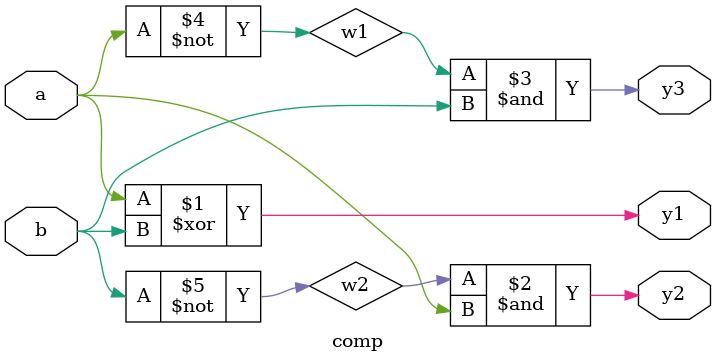
<source format=v>
module comp(y1,y2,y3,a,b);
//port declaration
input a,b;
output y1,y2,y3;
wire w1,w2;
//gate declaration
not g1(w1,a);
not g2(w2,b);
xor g3(y1,a,b);
and g4(y2,w2,a);
and g5(y3,w1,b);
//end of the module
endmodule

</source>
